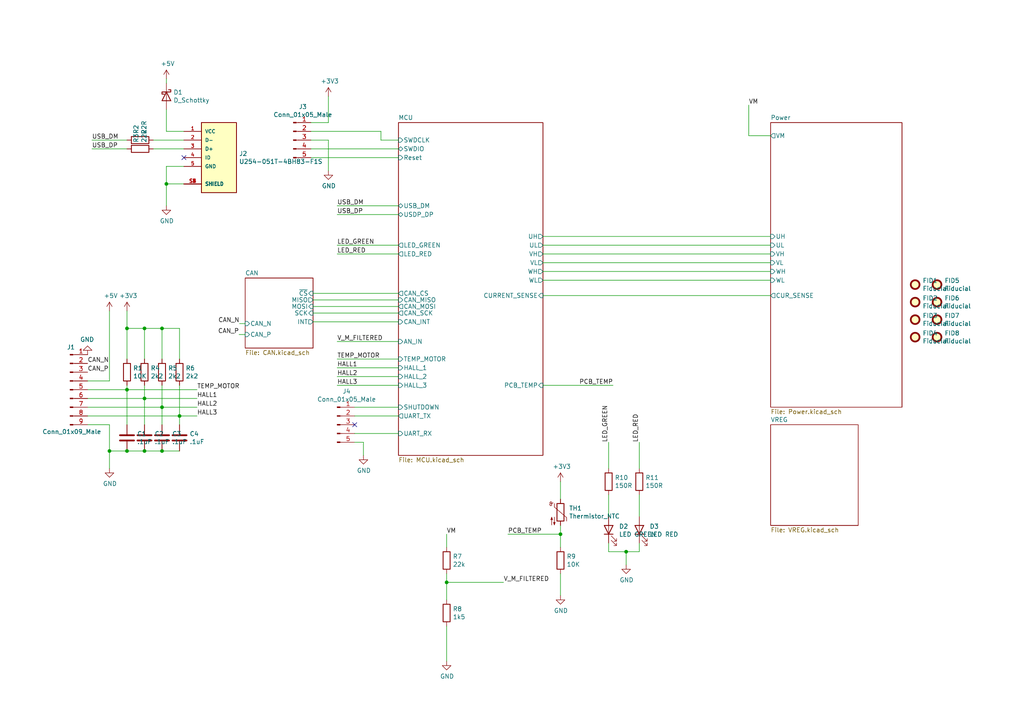
<source format=kicad_sch>
(kicad_sch (version 20211123) (generator eeschema)
  (paper "A4")
  (title_block (title "xESC BLDC Controller") (date "2021-12-01") (rev "2.0") (company "Clemens Elflein") (comment 1 "Creative Commons Attribution-NonCommercial-ShareAlike 4.0 International License.") (comment 2 "Licensed under "))
  (lib_symbols
    (symbol "Connector:Conn_01x05_Male" (pin_names (offset 1.016) hide)
      (property "Reference" "J" (at 0 7.62 0))
      (property "Value" "Conn_01x05_Male" (at 0 -7.62 0))
      (symbol "Conn_01x05_Male_1_1"
        (polyline (pts (xy 1.27 -5.08) (xy 0.8636 -5.08)) (stroke (width 0.1524)))
        (polyline (pts (xy 1.27 -2.54) (xy 0.8636 -2.54)) (stroke (width 0.1524)))
        (polyline (pts (xy 1.27 0) (xy 0.8636 0)) (stroke (width 0.1524)))
        (polyline (pts (xy 1.27 2.54) (xy 0.8636 2.54)) (stroke (width 0.1524)))
        (polyline (pts (xy 1.27 5.08) (xy 0.8636 5.08)) (stroke (width 0.1524)))
        (rectangle (start 0.8636 -4.953) (end 0 -5.207) (stroke (width 0.1524)) (fill (type outline)))
        (rectangle (start 0.8636 -2.413) (end 0 -2.667) (stroke (width 0.1524)) (fill (type outline)))
        (rectangle (start 0.8636 0.127) (end 0 -0.127) (stroke (width 0.1524)) (fill (type outline)))
        (rectangle (start 0.8636 2.667) (end 0 2.413) (stroke (width 0.1524)) (fill (type outline)))
        (rectangle (start 0.8636 5.207) (end 0 4.953) (stroke (width 0.1524)) (fill (type outline)))
        (pin passive line (at 5.08 5.08 180) (length 3.81) (name "Pin_1") (number "1"))
        (pin passive line (at 5.08 2.54 180) (length 3.81) (name "Pin_2") (number "2"))
        (pin passive line (at 5.08 0 180) (length 3.81) (name "Pin_3") (number "3"))
        (pin passive line (at 5.08 -2.54 180) (length 3.81) (name "Pin_4") (number "4"))
        (pin passive line (at 5.08 -5.08 180) (length 3.81) (name "Pin_5") (number "5"))
      )
    )
    (symbol "Connector:Conn_01x09_Male" (pin_names (offset 1.016) hide)
      (property "Reference" "J" (at 0 12.7 0))
      (property "Value" "Conn_01x09_Male" (at 0 -12.7 0))
      (symbol "Conn_01x09_Male_1_1"
        (polyline (pts (xy 1.27 -10.16) (xy 0.8636 -10.16)) (stroke (width 0.1524)))
        (polyline (pts (xy 1.27 -7.62) (xy 0.8636 -7.62)) (stroke (width 0.1524)))
        (polyline (pts (xy 1.27 -5.08) (xy 0.8636 -5.08)) (stroke (width 0.1524)))
        (polyline (pts (xy 1.27 -2.54) (xy 0.8636 -2.54)) (stroke (width 0.1524)))
        (polyline (pts (xy 1.27 0) (xy 0.8636 0)) (stroke (width 0.1524)))
        (polyline (pts (xy 1.27 2.54) (xy 0.8636 2.54)) (stroke (width 0.1524)))
        (polyline (pts (xy 1.27 5.08) (xy 0.8636 5.08)) (stroke (width 0.1524)))
        (polyline (pts (xy 1.27 7.62) (xy 0.8636 7.62)) (stroke (width 0.1524)))
        (polyline (pts (xy 1.27 10.16) (xy 0.8636 10.16)) (stroke (width 0.1524)))
        (rectangle (start 0.8636 -10.033) (end 0 -10.287) (stroke (width 0.1524)) (fill (type outline)))
        (rectangle (start 0.8636 -7.493) (end 0 -7.747) (stroke (width 0.1524)) (fill (type outline)))
        (rectangle (start 0.8636 -4.953) (end 0 -5.207) (stroke (width 0.1524)) (fill (type outline)))
        (rectangle (start 0.8636 -2.413) (end 0 -2.667) (stroke (width 0.1524)) (fill (type outline)))
        (rectangle (start 0.8636 0.127) (end 0 -0.127) (stroke (width 0.1524)) (fill (type outline)))
        (rectangle (start 0.8636 2.667) (end 0 2.413) (stroke (width 0.1524)) (fill (type outline)))
        (rectangle (start 0.8636 5.207) (end 0 4.953) (stroke (width 0.1524)) (fill (type outline)))
        (rectangle (start 0.8636 7.747) (end 0 7.493) (stroke (width 0.1524)) (fill (type outline)))
        (rectangle (start 0.8636 10.287) (end 0 10.033) (stroke (width 0.1524)) (fill (type outline)))
        (pin passive line (at 5.08 10.16 180) (length 3.81) (name "Pin_1") (number "1"))
        (pin passive line (at 5.08 7.62 180) (length 3.81) (name "Pin_2") (number "2"))
        (pin passive line (at 5.08 5.08 180) (length 3.81) (name "Pin_3") (number "3"))
        (pin passive line (at 5.08 2.54 180) (length 3.81) (name "Pin_4") (number "4"))
        (pin passive line (at 5.08 0 180) (length 3.81) (name "Pin_5") (number "5"))
        (pin passive line (at 5.08 -2.54 180) (length 3.81) (name "Pin_6") (number "6"))
        (pin passive line (at 5.08 -5.08 180) (length 3.81) (name "Pin_7") (number "7"))
        (pin passive line (at 5.08 -7.62 180) (length 3.81) (name "Pin_8") (number "8"))
        (pin passive line (at 5.08 -10.16 180) (length 3.81) (name "Pin_9") (number "9"))
      )
    )
    (symbol "Device:C" (pin_numbers hide) (pin_names (offset 0.254))
      (property "Reference" "C" (at 0.635 2.54 0))
      (property "Value" "C" (at 0.635 -2.54 0))
      (symbol "C_0_1"
        (polyline (pts (xy -2.032 -0.762) (xy 2.032 -0.762)) (stroke (width 0.508)))
        (polyline (pts (xy -2.032 0.762) (xy 2.032 0.762)) (stroke (width 0.508)))
      )
      (symbol "C_1_1"
        (pin passive line (at 0 3.81 270) (length 2.794) (name "~") (number "1"))
        (pin passive line (at 0 -3.81 90) (length 2.794) (name "~") (number "2"))
      )
    )
    (symbol "Device:D_Schottky" (pin_numbers hide) (pin_names (offset 1.016) hide)
      (property "Reference" "D" (at 0 2.54 0))
      (property "Value" "D_Schottky" (at 0 -2.54 0))
      (symbol "D_Schottky_0_1"
        (polyline (pts (xy 1.27 0) (xy -1.27 0)))
        (polyline (pts (xy 1.27 1.27) (xy 1.27 -1.27) (xy -1.27 0) (xy 1.27 1.27)) (stroke (width 0.254)))
        (polyline (pts (xy -1.905 0.635) (xy -1.905 1.27) (xy -1.27 1.27) (xy -1.27 -1.27) (xy -0.635 -1.27) (xy -0.635 -0.635)) (stroke (width 0.254)))
      )
      (symbol "D_Schottky_1_1"
        (pin passive line (at -3.81 0 0) (length 2.54) (name "K") (number "1"))
        (pin passive line (at 3.81 0 180) (length 2.54) (name "A") (number "2"))
      )
    )
    (symbol "Device:LED" (pin_numbers hide) (pin_names (offset 1.016) hide)
      (property "Reference" "D" (at 0 2.54 0))
      (property "Value" "LED" (at 0 -2.54 0))
      (symbol "LED_0_1"
        (polyline (pts (xy -1.27 -1.27) (xy -1.27 1.27)) (stroke (width 0.254)))
        (polyline (pts (xy -1.27 0) (xy 1.27 0)))
        (polyline (pts (xy 1.27 -1.27) (xy 1.27 1.27) (xy -1.27 0) (xy 1.27 -1.27)) (stroke (width 0.254)))
        (polyline (pts (xy -3.048 -0.762) (xy -4.572 -2.286) (xy -3.81 -2.286) (xy -4.572 -2.286) (xy -4.572 -1.524)))
        (polyline (pts (xy -1.778 -0.762) (xy -3.302 -2.286) (xy -2.54 -2.286) (xy -3.302 -2.286) (xy -3.302 -1.524)))
      )
      (symbol "LED_1_1"
        (pin passive line (at -3.81 0 0) (length 2.54) (name "K") (number "1"))
        (pin passive line (at 3.81 0 180) (length 2.54) (name "A") (number "2"))
      )
    )
    (symbol "Device:R" (pin_numbers hide) (pin_names (offset 0))
      (property "Reference" "R" (at 2.032 0 90))
      (property "Value" "R" (at 0 0 90))
      (symbol "R_0_1"
        (rectangle (start -1.016 -2.54) (end 1.016 2.54) (stroke (width 0.254)))
      )
      (symbol "R_1_1"
        (pin passive line (at 0 3.81 270) (length 1.27) (name "~") (number "1"))
        (pin passive line (at 0 -3.81 90) (length 1.27) (name "~") (number "2"))
      )
    )
    (symbol "Device:Thermistor_NTC" (pin_numbers hide) (pin_names (offset 0))
      (property "Reference" "TH" (at -4.445 0 90))
      (property "Value" "Thermistor_NTC" (at 3.175 0 90))
      (symbol "Thermistor_NTC_0_1"
        (arc (start -3.048 2.159) (mid -3.0505 2.3165) (end -3.175 2.413))
        (arc (start -3.048 2.159) (mid -2.9736 1.9794) (end -2.794 1.905))
        (arc (start -3.048 2.794) (mid -2.9736 2.6144) (end -2.794 2.54))
        (arc (start -2.794 1.905) (mid -2.6144 1.9794) (end -2.54 2.159))
        (arc (start -2.794 2.54) (mid -2.434 2.5608) (end -2.159 2.794))
        (arc (start -2.794 3.048) (mid -2.9736 2.9736) (end -3.048 2.794))
        (arc (start -2.54 2.794) (mid -2.6144 2.9736) (end -2.794 3.048))
        (rectangle (start -1.016 2.54) (end 1.016 -2.54) (stroke (width 0.254)))
        (polyline (pts (xy -2.54 2.159) (xy -2.54 2.794)))
        (polyline (pts (xy -1.778 2.54) (xy -1.778 1.524) (xy 1.778 -1.524) (xy 1.778 -2.54)))
        (polyline (pts (xy -2.54 -3.683) (xy -2.54 -1.397) (xy -2.794 -2.159) (xy -2.286 -2.159) (xy -2.54 -1.397) (xy -2.54 -1.651)) (fill (type outline)))
        (polyline (pts (xy -1.778 -1.397) (xy -1.778 -3.683) (xy -2.032 -2.921) (xy -1.524 -2.921) (xy -1.778 -3.683) (xy -1.778 -3.429)) (fill (type outline)))
      )
      (symbol "Thermistor_NTC_1_1"
        (pin passive line (at 0 3.81 270) (length 1.27) (name "~") (number "1"))
        (pin passive line (at 0 -3.81 90) (length 1.27) (name "~") (number "2"))
      )
    )
    (symbol "Mechanical:Fiducial"
      (property "Reference" "FID" (at 0 5.08 0))
      (property "Value" "Fiducial" (at 0 3.175 0))
      (symbol "Fiducial_0_1"
        (circle (center 0 0) (radius 1.27) (stroke (width 0.508)) (fill (type background)))
      )
    )
    (symbol "U254-051T-4BH83-F1S:U254-051T-4BH83-F1S" (pin_names (offset 1.016))
      (property "Reference" "J" (at -5.08 11.43 0))
      (property "Value" "U254-051T-4BH83-F1S" (at -5.08 -12.7 0))
      (symbol "U254-051T-4BH83-F1S_0_0"
        (rectangle (start -5.08 -10.16) (end 5.08 10.16) (stroke (width 0.254)) (fill (type background)))
        (pin power_in line (at -10.16 7.62 0) (length 5.08) (name "VCC") (number "1"))
        (pin bidirectional line (at -10.16 5.08 0) (length 5.08) (name "D-") (number "2"))
        (pin bidirectional line (at -10.16 2.54 0) (length 5.08) (name "D+") (number "3"))
        (pin bidirectional line (at -10.16 0 0) (length 5.08) (name "ID") (number "4"))
        (pin power_in line (at -10.16 -2.54 0) (length 5.08) (name "GND") (number "5"))
        (pin passive line (at -10.16 -7.62 0) (length 5.08) (name "SHIELD") (number "S1"))
        (pin passive line (at -10.16 -7.62 0) (length 5.08) (name "SHIELD") (number "S2"))
        (pin passive line (at -10.16 -7.62 0) (length 5.08) (name "SHIELD") (number "S3"))
        (pin passive line (at -10.16 -7.62 0) (length 5.08) (name "SHIELD") (number "S4"))
        (pin passive line (at -10.16 -7.62 0) (length 5.08) (name "SHIELD") (number "S5"))
        (pin passive line (at -10.16 -7.62 0) (length 5.08) (name "SHIELD") (number "S6"))
      )
    )
    (symbol "power:+3.3V" (power) (pin_names (offset 0))
      (property "Value" "+3.3V" (at 0 3.556 0))
      (symbol "+3.3V_0_1"
        (polyline (pts (xy -0.762 1.27) (xy 0 2.54)))
        (polyline (pts (xy 0 0) (xy 0 2.54)))
        (polyline (pts (xy 0 2.54) (xy 0.762 1.27)))
      )
      (symbol "+3.3V_1_1"
        (pin power_in line (at 0 0 90) (length 0) hide (name "+3V3") (number "1"))
      )
    )
    (symbol "power:+5V" (power) (pin_names (offset 0))
      (property "Value" "+5V" (at 0 3.556 0))
      (symbol "+5V_0_1"
        (polyline (pts (xy -0.762 1.27) (xy 0 2.54)))
        (polyline (pts (xy 0 0) (xy 0 2.54)))
        (polyline (pts (xy 0 2.54) (xy 0.762 1.27)))
      )
      (symbol "+5V_1_1"
        (pin power_in line (at 0 0 90) (length 0) hide (name "+5V") (number "1"))
      )
    )
    (symbol "power:GND" (power) (pin_names (offset 0))
      (property "Value" "GND" (at 0 -3.81 0))
      (symbol "GND_0_1"
        (polyline (pts (xy 0 0) (xy 0 -1.27) (xy 1.27 -1.27) (xy 0 -2.54) (xy -1.27 -1.27) (xy 0 -1.27)))
      )
      (symbol "GND_1_1"
        (pin power_in line (at 0 0 270) (length 0) hide (name "GND") (number "1"))
      )
    )
  )
  (junction (at 46.99 130.81))
  (junction (at 36.83 113.03))
  (junction (at 48.26 53.34))
  (junction (at 36.83 95.25))
  (junction (at 129.54 168.91))
  (junction (at 36.83 130.81))
  (junction (at 52.07 120.65))
  (junction (at 46.99 95.25))
  (junction (at 46.99 118.11))
  (junction (at 41.91 130.81))
  (junction (at 162.56 154.94))
  (junction (at 41.91 95.25))
  (junction (at 31.75 130.81))
  (junction (at 181.61 160.02))
  (junction (at 41.91 115.57))
  (no_connect (at 102.87 123.19))
  (no_connect (at 53.34 45.72))
  (wire (pts (xy 53.34 40.64) (xy 44.45 40.64)))
  (wire (pts (xy 115.57 71.12) (xy 97.79 71.12)))
  (wire (pts (xy 95.25 35.56) (xy 95.25 27.94)))
  (wire (pts (xy 97.79 109.22) (xy 115.57 109.22)))
  (wire (pts (xy 110.49 40.64) (xy 115.57 40.64)))
  (wire (pts (xy 181.61 160.02) (xy 185.42 160.02)))
  (wire (pts (xy 223.52 76.2) (xy 157.48 76.2)))
  (wire (pts (xy 48.26 24.13) (xy 48.26 22.86)))
  (wire (pts (xy 162.56 152.4) (xy 162.56 154.94)))
  (wire (pts (xy 223.52 68.58) (xy 157.48 68.58)))
  (wire (pts (xy 162.56 154.94) (xy 162.56 158.75)))
  (wire (pts (xy 115.57 106.68) (xy 97.79 106.68)))
  (wire (pts (xy 53.34 48.26) (xy 48.26 48.26)))
  (wire (pts (xy 41.91 95.25) (xy 46.99 95.25)))
  (wire (pts (xy 25.4 120.65) (xy 52.07 120.65)))
  (wire (pts (xy 57.15 113.03) (xy 36.83 113.03)))
  (wire (pts (xy 90.805 88.9) (xy 115.57 88.9)))
  (wire (pts (xy 46.99 118.11) (xy 25.4 118.11)))
  (wire (pts (xy 90.805 93.345) (xy 115.57 93.345)))
  (wire (pts (xy 223.52 73.66) (xy 157.48 73.66)))
  (wire (pts (xy 69.342 97.028) (xy 71.12 97.028)))
  (wire (pts (xy 162.56 166.37) (xy 162.56 172.72)))
  (wire (pts (xy 31.75 123.19) (xy 31.75 130.81)))
  (wire (pts (xy 217.17 39.37) (xy 217.17 30.48)))
  (wire (pts (xy 41.91 111.76) (xy 41.91 115.57)))
  (wire (pts (xy 176.53 149.86) (xy 176.53 143.51)))
  (wire (pts (xy 48.26 48.26) (xy 48.26 53.34)))
  (wire (pts (xy 52.07 111.76) (xy 52.07 120.65)))
  (wire (pts (xy 115.57 99.06) (xy 97.79 99.06)))
  (wire (pts (xy 176.53 135.89) (xy 176.53 128.27)))
  (wire (pts (xy 90.17 43.18) (xy 115.57 43.18)))
  (wire (pts (xy 217.17 39.37) (xy 223.52 39.37)))
  (wire (pts (xy 31.75 130.81) (xy 31.75 135.89)))
  (wire (pts (xy 36.83 130.81) (xy 31.75 130.81)))
  (wire (pts (xy 53.34 53.34) (xy 48.26 53.34)))
  (wire (pts (xy 129.54 168.91) (xy 146.05 168.91)))
  (wire (pts (xy 157.48 78.74) (xy 223.52 78.74)))
  (wire (pts (xy 90.805 90.805) (xy 115.57 90.805)))
  (wire (pts (xy 46.99 118.11) (xy 46.99 123.19)))
  (wire (pts (xy 176.53 160.02) (xy 181.61 160.02)))
  (wire (pts (xy 25.4 123.19) (xy 31.75 123.19)))
  (wire (pts (xy 185.42 135.89) (xy 185.42 128.27)))
  (wire (pts (xy 115.57 73.66) (xy 97.79 73.66)))
  (wire (pts (xy 41.91 130.81) (xy 36.83 130.81)))
  (wire (pts (xy 95.25 40.64) (xy 95.25 49.53)))
  (wire (pts (xy 110.49 38.1) (xy 110.49 40.64)))
  (wire (pts (xy 129.54 173.99) (xy 129.54 168.91)))
  (wire (pts (xy 41.91 115.57) (xy 57.15 115.57)))
  (wire (pts (xy 90.805 85.09) (xy 115.57 85.09)))
  (wire (pts (xy 97.79 59.69) (xy 115.57 59.69)))
  (wire (pts (xy 115.57 111.76) (xy 97.79 111.76)))
  (wire (pts (xy 157.48 71.12) (xy 223.52 71.12)))
  (wire (pts (xy 52.07 120.65) (xy 52.07 123.19)))
  (wire (pts (xy 176.53 157.48) (xy 176.53 160.02)))
  (wire (pts (xy 129.54 168.91) (xy 129.54 166.37)))
  (wire (pts (xy 36.83 43.18) (xy 26.67 43.18)))
  (wire (pts (xy 90.17 38.1) (xy 110.49 38.1)))
  (wire (pts (xy 53.34 43.18) (xy 44.45 43.18)))
  (wire (pts (xy 53.34 38.1) (xy 48.26 38.1)))
  (wire (pts (xy 36.83 95.25) (xy 41.91 95.25)))
  (wire (pts (xy 129.54 158.75) (xy 129.54 154.94)))
  (wire (pts (xy 46.99 111.76) (xy 46.99 118.11)))
  (wire (pts (xy 36.83 113.03) (xy 25.4 113.03)))
  (wire (pts (xy 105.41 128.27) (xy 105.41 132.08)))
  (wire (pts (xy 129.54 181.61) (xy 129.54 191.77)))
  (wire (pts (xy 157.48 85.725) (xy 223.52 85.725)))
  (wire (pts (xy 90.805 86.995) (xy 115.57 86.995)))
  (wire (pts (xy 57.15 118.11) (xy 46.99 118.11)))
  (wire (pts (xy 69.469 93.853) (xy 71.12 93.853)))
  (wire (pts (xy 185.42 157.48) (xy 185.42 160.02)))
  (wire (pts (xy 97.79 104.14) (xy 115.57 104.14)))
  (wire (pts (xy 46.99 130.81) (xy 52.07 130.81)))
  (wire (pts (xy 90.17 40.64) (xy 95.25 40.64)))
  (wire (pts (xy 36.83 95.25) (xy 36.83 90.17)))
  (wire (pts (xy 48.26 53.34) (xy 48.26 59.69)))
  (wire (pts (xy 41.91 130.81) (xy 46.99 130.81)))
  (wire (pts (xy 48.26 38.1) (xy 48.26 31.75)))
  (wire (pts (xy 115.57 125.73) (xy 102.87 125.73)))
  (wire (pts (xy 102.87 118.11) (xy 115.57 118.11)))
  (wire (pts (xy 223.52 81.28) (xy 157.48 81.28)))
  (wire (pts (xy 41.91 104.14) (xy 41.91 95.25)))
  (wire (pts (xy 36.83 113.03) (xy 36.83 111.76)))
  (wire (pts (xy 52.07 120.65) (xy 57.15 120.65)))
  (wire (pts (xy 162.56 144.78) (xy 162.56 139.7)))
  (wire (pts (xy 185.42 149.86) (xy 185.42 143.51)))
  (wire (pts (xy 41.91 115.57) (xy 41.91 123.19)))
  (wire (pts (xy 162.56 154.94) (xy 147.32 154.94)))
  (wire (pts (xy 90.17 35.56) (xy 95.25 35.56)))
  (wire (pts (xy 36.83 123.19) (xy 36.83 113.03)))
  (wire (pts (xy 36.83 40.64) (xy 26.67 40.64)))
  (wire (pts (xy 36.83 104.14) (xy 36.83 95.25)))
  (wire (pts (xy 157.48 111.76) (xy 177.8 111.76)))
  (wire (pts (xy 25.4 115.57) (xy 41.91 115.57)))
  (wire (pts (xy 115.57 120.65) (xy 102.87 120.65)))
  (wire (pts (xy 102.87 128.27) (xy 105.41 128.27)))
  (wire (pts (xy 46.99 104.14) (xy 46.99 95.25)))
  (wire (pts (xy 115.57 62.23) (xy 97.79 62.23)))
  (wire (pts (xy 181.61 163.83) (xy 181.61 160.02)))
  (wire (pts (xy 46.99 95.25) (xy 52.07 95.25)))
  (wire (pts (xy 31.75 90.17) (xy 31.75 110.49)))
  (wire (pts (xy 52.07 95.25) (xy 52.07 104.14)))
  (wire (pts (xy 90.17 45.72) (xy 115.57 45.72)))
  (wire (pts (xy 25.4 110.49) (xy 31.75 110.49)))
  (label "PCB_TEMP" (at 177.8 111.76 180))
  (label "HALL3" (at 57.15 120.65 0))
  (label "V_M_FILTERED" (at 146.05 168.91 0))
  (label "LED_GREEN" (at 97.79 71.12 0))
  (label "LED_RED" (at 185.42 128.27 90))
  (label "V_M_FILTERED" (at 97.79 99.06 0))
  (label "USB_DP" (at 97.79 62.23 0))
  (label "HALL1" (at 97.79 106.68 0))
  (label "HALL2" (at 97.79 109.22 0))
  (label "TEMP_MOTOR" (at 57.15 113.03 0))
  (label "VM" (at 129.54 154.94 0))
  (label "LED_GREEN" (at 176.53 128.27 90))
  (label "CAN_N" (at 25.4 105.41 0))
  (label "USB_DP" (at 26.67 43.18 0))
  (label "CAN_P" (at 69.342 97.028 180))
  (label "USB_DM" (at 97.79 59.69 0))
  (label "HALL1" (at 57.15 115.57 0))
  (label "TEMP_MOTOR" (at 97.79 104.14 0))
  (label "VM" (at 217.17 30.48 0))
  (label "HALL3" (at 97.79 111.76 0))
  (label "USB_DM" (at 26.67 40.64 0))
  (label "LED_RED" (at 97.79 73.66 0))
  (label "CAN_N" (at 69.469 93.853 180))
  (label "CAN_P" (at 25.4 107.95 0))
  (label "PCB_TEMP" (at 147.32 154.94 0))
  (label "HALL2" (at 57.15 118.11 0))
  (symbol (lib_id "power:+5V") (at 31.75 90.17 0) (unit 1)
    (property "Reference" "#PWR02" (effects hide))
    (property "Value" "+5V" (at 32.131 85.7758 0))
  )
  (symbol (lib_id "power:GND") (at 31.75 135.89 0) (unit 1)
    (property "Reference" "#PWR03" (effects hide))
    (property "Value" "GND" (at 31.877 140.2842 0))
  )
  (symbol (lib_id "Device:C") (at 36.83 127 0) (unit 1)
    (property "Reference" "C1" (at 39.751 125.8316 0) (effects (justify left)))
    (property "Value" ".1uF" (at 39.751 128.143 0) (effects (justify left)))
    (property "Footprint" "Capacitor_SMD:C_0603_1608Metric" (effects hide))
    (property "Digikey" "1276-1935-1-ND" (effects hide))
    (property "Part Number" "CL10B104KC8NNNC" (effects hide))
    (property "Stock_PN" "C-603-.1uF-100V-X7R" (effects hide))
  )
  (symbol (lib_id "Device:R") (at 36.83 107.95 0) (unit 1)
    (property "Reference" "R1" (at 38.608 106.7816 0) (effects (justify left)))
    (property "Value" "10K" (at 38.608 109.093 0) (effects (justify left)))
    (property "Footprint" "Resistor_SMD:R_0603_1608Metric" (effects hide))
    (property "Digikey" "311-10.0KHRCT-ND" (effects hide))
    (property "Part Number" "RC0603FR-0710KL" (effects hide))
    (property "Stock_PN" "R-603-10K-.1W-1%" (effects hide))
  )
  (symbol (lib_id "power:+3.3V") (at 36.83 90.17 0) (unit 1)
    (property "Reference" "#PWR04" (effects hide))
    (property "Value" "+3.3V" (at 37.211 85.7758 0))
  )
  (symbol (lib_id "Device:R") (at 41.91 107.95 0) (unit 1)
    (property "Reference" "R4" (at 43.688 106.7816 0) (effects (justify left)))
    (property "Value" "2k2" (at 43.688 109.093 0) (effects (justify left)))
    (property "Footprint" "Resistor_SMD:R_0603_1608Metric" (effects hide))
    (property "Digikey" "311-2.20KHRCT-ND" (effects hide))
    (property "Part Number" "RC0603FR-072K2L" (effects hide))
    (property "Stock_PN" "R-603-2.2K-.1W-1%" (effects hide))
  )
  (symbol (lib_id "Device:R") (at 46.99 107.95 0) (unit 1)
    (property "Reference" "R5" (at 48.768 106.7816 0) (effects (justify left)))
    (property "Value" "2k2" (at 48.768 109.093 0) (effects (justify left)))
    (property "Footprint" "Resistor_SMD:R_0603_1608Metric" (effects hide))
    (property "Digikey" "311-2.20KHRCT-ND" (effects hide))
    (property "Part Number" "RC0603FR-072K2L" (effects hide))
    (property "Stock_PN" "R-603-2.2K-.1W-1%" (effects hide))
  )
  (symbol (lib_id "Device:R") (at 52.07 107.95 0) (unit 1)
    (property "Reference" "R6" (at 53.848 106.7816 0) (effects (justify left)))
    (property "Value" "2k2" (at 53.848 109.093 0) (effects (justify left)))
    (property "Footprint" "Resistor_SMD:R_0603_1608Metric" (effects hide))
    (property "Digikey" "311-2.20KHRCT-ND" (effects hide))
    (property "Part Number" "RC0603FR-072K2L" (effects hide))
    (property "Stock_PN" "R-603-2.2K-.1W-1%" (effects hide))
  )
  (symbol (lib_id "Device:C") (at 52.07 127 0) (unit 1)
    (property "Reference" "C4" (at 54.991 125.8316 0) (effects (justify left)))
    (property "Value" ".1uF" (at 54.991 128.143 0) (effects (justify left)))
    (property "Footprint" "Capacitor_SMD:C_0603_1608Metric" (effects hide))
    (property "Digikey" "1276-1935-1-ND" (effects hide))
    (property "Part Number" "CL10B104KC8NNNC" (effects hide))
    (property "Stock_PN" "C-603-.1uF-100V-X7R" (effects hide))
  )
  (symbol (lib_id "Device:C") (at 46.99 127 0) (unit 1)
    (property "Reference" "C3" (at 49.911 125.8316 0) (effects (justify left)))
    (property "Value" ".1uF" (at 49.911 128.143 0) (effects (justify left)))
    (property "Footprint" "Capacitor_SMD:C_0603_1608Metric" (effects hide))
    (property "Digikey" "1276-1935-1-ND" (effects hide))
    (property "Part Number" "CL10B104KC8NNNC" (effects hide))
    (property "Stock_PN" "C-603-.1uF-100V-X7R" (effects hide))
  )
  (symbol (lib_id "Device:C") (at 41.91 127 0) (unit 1)
    (property "Reference" "C2" (at 44.831 125.8316 0) (effects (justify left)))
    (property "Value" ".1uF" (at 44.831 128.143 0) (effects (justify left)))
    (property "Footprint" "Capacitor_SMD:C_0603_1608Metric" (effects hide))
    (property "Digikey" "1276-1935-1-ND" (effects hide))
    (property "Part Number" "CL10B104KC8NNNC" (effects hide))
    (property "Stock_PN" "C-603-.1uF-100V-X7R" (effects hide))
  )
  (symbol (lib_id "Connector:Conn_01x05_Male") (at 85.09 40.64 0) (unit 1)
    (property "Reference" "J3" (at 87.8332 30.9626 0))
    (property "Value" "Conn_01x05_Male" (at 87.8332 33.274 0))
    (property "Footprint" "Connector_PinHeader_2.54mm:PinHeader_1x05_P2.54mm_Vertical" (effects hide))
    (property "LCSC" "C2935911" (effects hide))
    (property "Part Number" "DZ254R-11-05-63" (effects hide))
    (property "Stock_PN" "J-TH-1x5-.1" (effects hide))
  )
  (symbol (lib_id "power:+3.3V") (at 95.25 27.94 0) (unit 1)
    (property "Reference" "#PWR07" (effects hide))
    (property "Value" "+3.3V" (at 95.631 23.5458 0))
  )
  (symbol (lib_id "power:GND") (at 129.54 191.77 0) (unit 1)
    (property "Reference" "#PWR010" (effects hide))
    (property "Value" "GND" (at 129.667 196.1642 0))
  )
  (symbol (lib_id "power:GND") (at 95.25 49.53 0) (unit 1)
    (property "Reference" "#PWR08" (effects hide))
    (property "Value" "GND" (at 95.377 53.9242 0))
  )
  (symbol (lib_id "Device:R") (at 129.54 162.56 0) (unit 1)
    (property "Reference" "R7" (at 131.318 161.3916 0) (effects (justify left)))
    (property "Value" "22k" (at 131.318 163.703 0) (effects (justify left)))
    (property "Footprint" "Resistor_SMD:R_0603_1608Metric" (effects hide))
    (property "Digikey" "RMCF0603FT22K0CT-ND" (effects hide))
    (property "Part Number" "RMCF0603FT22K0" (effects hide))
    (property "Stock_PN" "R-603-22K-.1W-1%" (effects hide))
  )
  (symbol (lib_id "Device:R") (at 129.54 177.8 0) (unit 1)
    (property "Reference" "R8" (at 131.318 176.6316 0) (effects (justify left)))
    (property "Value" "1k5" (at 131.318 178.943 0) (effects (justify left)))
    (property "Footprint" "Resistor_SMD:R_0603_1608Metric" (effects hide))
    (property "Digikey" "311-1.50KHRCT-ND" (effects hide))
    (property "Part Number" "RC0603FR-071K5L" (effects hide))
    (property "Stock_PN" "R-603-1.5K-.1W-1%" (effects hide))
  )
  (symbol (lib_id "U254-051T-4BH83-F1S:U254-051T-4BH83-F1S") (at 63.5 45.72 0) (unit 1)
    (property "Reference" "J2" (at 69.342 44.5516 0) (effects (justify left)))
    (property "Value" "U254-051T-4BH83-F1S" (at 69.342 46.863 0) (effects (justify left)))
    (property "Footprint" "USB:XKB_U254-051T-4BH83-F1S" (effects hide))
    (property "PARTREV" "A0" (effects hide))
    (property "MAXIMUM_PACKAGE_HEIGHT" "2.98mm" (effects hide))
    (property "MANUFACTURER" "XKB INDUSTRIAL PRECISION" (effects hide))
    (property "STANDARD" "Manufacturer recommendations" (effects hide))
    (property "LCSC" "C397452" (effects hide))
    (property "Part Number" "U254-051T-4BH83-F1S" (effects hide))
    (property "Stock_PN" "J-USB-Mico-B" (effects hide))
  )
  (symbol (lib_id "power:+5V") (at 48.26 22.86 0) (unit 1)
    (property "Reference" "#PWR05" (effects hide))
    (property "Value" "+5V" (at 48.641 18.4658 0))
  )
  (symbol (lib_id "Device:D_Schottky") (at 48.26 27.94 270) (unit 1)
    (property "Reference" "D1" (at 50.292 26.7716 90) (effects (justify left)))
    (property "Value" "D_Schottky" (at 50.292 29.083 90) (effects (justify left)))
    (property "Footprint" "Diode_SMD:D_SOD-123" (effects hide))
    (property "Part Number" "PMEG2010ER,115" (effects hide))
    (property "Digikey" "1727-5192-1-ND" (effects hide))
    (property "Stock_PN" "D-PMEG2010ER" (effects hide))
  )
  (symbol (lib_id "Device:R") (at 40.64 43.18 90) (unit 1)
    (property "Reference" "R3" (at 39.4716 41.402 0) (effects (justify left)))
    (property "Value" "22R" (at 41.783 41.402 0) (effects (justify left)))
    (property "Footprint" "Resistor_SMD:R_0603_1608Metric" (effects hide))
    (property "Digikey" "RMCF0603FT22R0CT-ND" (effects hide))
    (property "Part Number" "RMCF0603FT22R0" (effects hide))
    (property "Stock_PN" "R-603-22-.1W-1%" (effects hide))
  )
  (symbol (lib_id "Device:R") (at 40.64 40.64 90) (unit 1)
    (property "Reference" "R2" (at 39.4716 38.862 0) (effects (justify left)))
    (property "Value" "22R" (at 41.783 38.862 0) (effects (justify left)))
    (property "Footprint" "Resistor_SMD:R_0603_1608Metric" (effects hide))
    (property "Digikey" "RMCF0603FT22R0CT-ND" (effects hide))
    (property "Part Number" "RMCF0603FT22R0" (effects hide))
    (property "Stock_PN" "R-603-22-.1W-1%" (effects hide))
  )
  (symbol (lib_id "power:GND") (at 48.26 59.69 0) (unit 1)
    (property "Reference" "#PWR06" (effects hide))
    (property "Value" "GND" (at 48.387 64.0842 0))
  )
  (symbol (lib_id "Connector:Conn_01x05_Male") (at 97.79 123.19 0) (unit 1)
    (property "Reference" "J4" (at 100.5332 113.5126 0))
    (property "Value" "Conn_01x05_Male" (at 100.5332 115.824 0))
    (property "Footprint" "Connector_PinHeader_2.54mm:PinHeader_1x05_P2.54mm_Vertical" (effects hide))
    (property "LCSC" "C2935911" (effects hide))
    (property "Part Number" "DZ254R-11-05-63" (effects hide))
    (property "Stock_PN" "J-TH-1x5-.1" (effects hide))
  )
  (symbol (lib_id "power:GND") (at 105.41 132.08 0) (unit 1)
    (property "Reference" "#PWR09" (effects hide))
    (property "Value" "GND" (at 105.537 136.4742 0))
  )
  (symbol (lib_id "Device:R") (at 176.53 139.7 0) (unit 1)
    (property "Reference" "R10" (at 178.308 138.5316 0) (effects (justify left)))
    (property "Value" "150R" (at 178.308 140.843 0) (effects (justify left)))
    (property "Footprint" "Resistor_SMD:R_0603_1608Metric" (effects hide))
    (property "Digikey" "311-150HRCT-ND" (effects hide))
    (property "Part Number" "RC0603FR-07150RL" (effects hide))
    (property "Stock_PN" "R-603-150-.1W-1%" (effects hide))
  )
  (symbol (lib_id "Device:LED") (at 176.53 153.67 90) (unit 1)
    (property "Reference" "D2" (at 179.5272 152.6794 90) (effects (justify right)))
    (property "Value" "LED GREEN" (at 179.5272 154.9908 90) (effects (justify right)))
    (property "Footprint" "LED_SMD:LED_0603_1608Metric" (effects hide))
    (property "Stock_PN" "LED-603-GREEN" (effects hide))
    (property "Digikey" "160-1446-1-ND" (effects hide))
    (property "Part Number" "LTST-C191KGKT" (effects hide))
  )
  (symbol (lib_id "Device:Thermistor_NTC") (at 162.56 148.59 0) (unit 1)
    (property "Reference" "TH1" (at 165.0492 147.4216 0) (effects (justify left)))
    (property "Value" "Thermistor_NTC" (at 165.0492 149.733 0) (effects (justify left)))
    (property "Footprint" "Resistor_SMD:R_0603_1608Metric" (effects hide))
    (property "Digikey" "490-16279-1-ND" (effects hide))
    (property "Part Number" "NCU18XH103F60RB" (effects hide))
    (property "Stock_PN" "TH-NCU18XH103F60RB" (effects hide))
  )
  (symbol (lib_id "Device:R") (at 162.56 162.56 0) (unit 1)
    (property "Reference" "R9" (at 164.338 161.3916 0) (effects (justify left)))
    (property "Value" "10K" (at 164.338 163.703 0) (effects (justify left)))
    (property "Footprint" "Resistor_SMD:R_0603_1608Metric" (effects hide))
    (property "Digikey" "311-10.0KHRCT-ND" (effects hide))
    (property "Part Number" "RC0603FR-0710KL" (effects hide))
    (property "Stock_PN" "R-603-10K-.1W-1%" (effects hide))
  )
  (symbol (lib_id "Device:R") (at 185.42 139.7 0) (unit 1)
    (property "Reference" "R11" (at 187.198 138.5316 0) (effects (justify left)))
    (property "Value" "150R" (at 187.198 140.843 0) (effects (justify left)))
    (property "Footprint" "Resistor_SMD:R_0603_1608Metric" (effects hide))
    (property "Digikey" "311-150HRCT-ND" (effects hide))
    (property "Part Number" "RC0603FR-07150RL" (effects hide))
    (property "Stock_PN" "R-603-150-.1W-1%" (effects hide))
  )
  (symbol (lib_id "Device:LED") (at 185.42 153.67 90) (unit 1)
    (property "Reference" "D3" (at 188.4172 152.6794 90) (effects (justify right)))
    (property "Value" "LED RED" (at 188.4172 154.9908 90) (effects (justify right)))
    (property "Footprint" "LED_SMD:LED_0603_1608Metric" (effects hide))
    (property "Stock_PN" "LED-603-RED" (effects hide))
    (property "Digikey" "160-1447-1-ND" (effects hide))
    (property "Part Number" "LTST-C191KRKT" (effects hide))
  )
  (symbol (lib_id "power:GND") (at 181.61 163.83 0) (unit 1)
    (property "Reference" "#PWR013" (effects hide))
    (property "Value" "GND" (at 181.737 168.2242 0))
  )
  (symbol (lib_id "power:GND") (at 162.56 172.72 0) (unit 1)
    (property "Reference" "#PWR012" (effects hide))
    (property "Value" "GND" (at 162.687 177.1142 0))
  )
  (symbol (lib_id "power:+3.3V") (at 162.56 139.7 0) (unit 1)
    (property "Reference" "#PWR011" (effects hide))
    (property "Value" "+3.3V" (at 162.941 135.3058 0))
  )
  (symbol (lib_id "Mechanical:Fiducial") (at 271.78 82.55 0) (unit 1)
    (property "Reference" "FID5" (at 273.939 81.3816 0) (effects (justify left)))
    (property "Value" "Fiducial" (at 273.939 83.693 0) (effects (justify left)))
    (property "Footprint" "Fiducial:Fiducial_0.75mm_Mask1.5mm" (effects hide))
    (property "Config" "do not place" (effects hide))
  )
  (symbol (lib_id "Mechanical:Fiducial") (at 271.78 87.63 0) (unit 1)
    (property "Reference" "FID6" (at 273.939 86.4616 0) (effects (justify left)))
    (property "Value" "Fiducial" (at 273.939 88.773 0) (effects (justify left)))
    (property "Footprint" "Fiducial:Fiducial_0.75mm_Mask1.5mm" (effects hide))
    (property "Config" "do not place" (effects hide))
  )
  (symbol (lib_id "Mechanical:Fiducial") (at 271.78 92.71 0) (unit 1)
    (property "Reference" "FID7" (at 273.939 91.5416 0) (effects (justify left)))
    (property "Value" "Fiducial" (at 273.939 93.853 0) (effects (justify left)))
    (property "Footprint" "Fiducial:Fiducial_0.75mm_Mask1.5mm" (effects hide))
    (property "Config" "do not place" (effects hide))
  )
  (symbol (lib_id "Mechanical:Fiducial") (at 271.78 97.79 0) (unit 1)
    (property "Reference" "FID8" (at 273.939 96.6216 0) (effects (justify left)))
    (property "Value" "Fiducial" (at 273.939 98.933 0) (effects (justify left)))
    (property "Footprint" "Fiducial:Fiducial_0.75mm_Mask1.5mm" (effects hide))
    (property "Config" "do not place" (effects hide))
  )
  (symbol (lib_id "Mechanical:Fiducial") (at 265.43 82.55 0) (unit 1)
    (property "Reference" "FID1" (at 267.589 81.3816 0) (effects (justify left)))
    (property "Value" "Fiducial" (at 267.589 83.693 0) (effects (justify left)))
    (property "Footprint" "Fiducial:Fiducial_0.75mm_Mask1.5mm" (effects hide))
    (property "Config" "do not place" (effects hide))
  )
  (symbol (lib_id "Mechanical:Fiducial") (at 265.43 87.63 0) (unit 1)
    (property "Reference" "FID2" (at 267.589 86.4616 0) (effects (justify left)))
    (property "Value" "Fiducial" (at 267.589 88.773 0) (effects (justify left)))
    (property "Footprint" "Fiducial:Fiducial_0.75mm_Mask1.5mm" (effects hide))
    (property "Config" "do not place" (effects hide))
  )
  (symbol (lib_id "Mechanical:Fiducial") (at 265.43 92.71 0) (unit 1)
    (property "Reference" "FID3" (at 267.589 91.5416 0) (effects (justify left)))
    (property "Value" "Fiducial" (at 267.589 93.853 0) (effects (justify left)))
    (property "Footprint" "Fiducial:Fiducial_0.75mm_Mask1.5mm" (effects hide))
    (property "Config" "do not place" (effects hide))
  )
  (symbol (lib_id "Mechanical:Fiducial") (at 265.43 97.79 0) (unit 1)
    (property "Reference" "FID4" (at 267.589 96.6216 0) (effects (justify left)))
    (property "Value" "Fiducial" (at 267.589 98.933 0) (effects (justify left)))
    (property "Footprint" "Fiducial:Fiducial_0.75mm_Mask1.5mm" (effects hide))
    (property "Config" "do not place" (effects hide))
  )
  (symbol (lib_id "Connector:Conn_01x09_Male") (at 20.32 113.03 0) (unit 1)
    (property "Reference" "J1" (at 20.574 100.711 0))
    (property "Value" "Conn_01x09_Male" (at 20.828 125.222 0))
    (property "Footprint" "Connector_PinHeader_2.54mm:PinHeader_1x09_P2.54mm_Vertical" (effects hide))
    (property "LCSC" "C2935915" (effects hide))
    (property "Part Number" "DZ254R-11-09-63" (effects hide))
    (property "Stock_PN" "J-TH-1x9-.1" (effects hide))
  )
  (symbol (lib_id "power:GND") (at 25.4 102.87 180) (unit 1)
    (property "Reference" "#PWR01" (effects hide))
    (property "Value" "GND" (at 25.273 98.4758 0))
  )
  (sheet (at 223.52 35.56) (size 38.1 82.55)
    (property "Sheet name" "Power" (at 223.52 34.8484 0) (effects (justify left bottom)))
    (property "Sheet file" "Power.kicad_sch" (at 223.52 118.6946 0) (effects (justify left top)))
    (pin "UH" input (at 223.52 68.58 180))
    (pin "UL" input (at 223.52 71.12 180))
    (pin "VH" input (at 223.52 73.66 180))
    (pin "VL" input (at 223.52 76.2 180))
    (pin "WH" input (at 223.52 78.74 180))
    (pin "WL" input (at 223.52 81.28 180))
    (pin "VM" output (at 223.52 39.37 180))
    (pin "CUR_SENSE" output (at 223.52 85.725 180))
  )
  (sheet (at 115.57 35.56) (size 41.91 96.52)
    (property "Sheet name" "MCU" (at 115.57 34.8484 0) (effects (justify left bottom)))
    (property "Sheet file" "MCU.kicad_sch" (at 115.57 132.6646 0) (effects (justify left top)))
    (pin "Reset" input (at 115.57 45.72 180))
    (pin "SWDIO" bidirectional (at 115.57 43.18 180))
    (pin "SWDCLK" input (at 115.57 40.64 180))
    (pin "WH" output (at 157.48 78.74 0))
    (pin "VH" output (at 157.48 73.66 0))
    (pin "UH" output (at 157.48 68.58 0))
    (pin "WL" output (at 157.48 81.28 0))
    (pin "VL" output (at 157.48 76.2 0))
    (pin "UL" output (at 157.48 71.12 0))
    (pin "PCB_TEMP" input (at 157.48 111.76 0))
    (pin "USB_DM" bidirectional (at 115.57 59.69 180))
    (pin "USDP_DP" bidirectional (at 115.57 62.23 180))
    (pin "LED_GREEN" output (at 115.57 71.12 180))
    (pin "LED_RED" output (at 115.57 73.66 180))
    (pin "AN_IN" input (at 115.57 99.06 180))
    (pin "TEMP_MOTOR" input (at 115.57 104.14 180))
    (pin "HALL_3" input (at 115.57 111.76 180))
    (pin "HALL_2" input (at 115.57 109.22 180))
    (pin "HALL_1" input (at 115.57 106.68 180))
    (pin "CURRENT_SENSE" input (at 157.48 85.725 0))
    (pin "UART_TX" output (at 115.57 120.65 180))
    (pin "UART_RX" input (at 115.57 125.73 180))
    (pin "SHUTDOWN" input (at 115.57 118.11 180))
    (pin "CAN_MISO" input (at 115.57 86.995 180))
    (pin "CAN_CS" output (at 115.57 85.09 180))
    (pin "CAN_SCK" output (at 115.57 90.805 180))
    (pin "CAN_MOSI" output (at 115.57 88.9 180))
    (pin "CAN_INT" input (at 115.57 93.345 180))
  )
  (sheet (at 223.52 123.19) (size 25.4 29.21)
    (property "Sheet name" "VREG" (at 223.52 122.4784 0) (effects (justify left bottom)))
    (property "Sheet file" "VREG.kicad_sch" (at 223.52 152.9846 0) (effects (justify left top)))
  )
  (sheet (at 71.12 80.645) (size 19.685 20.32) (stroke (width 0.1524))
    (property "Sheet name" "CAN" (at 71.12 79.9334 0) (effects (justify left bottom)))
    (property "Sheet file" "CAN.kicad_sch" (at 71.12 101.5496 0) (effects (justify left top)))
    (pin "~{CS}" input (at 90.805 85.09 0))
    (pin "MOSI" input (at 90.805 88.9 0))
    (pin "MISO" output (at 90.805 86.995 0))
    (pin "SCK" input (at 90.805 90.805 0))
    (pin "INT" output (at 90.805 93.345 0))
    (pin "CAN_P" input (at 71.12 97.028 180))
    (pin "CAN_N" input (at 71.12 93.853 180))
  )
)
</source>
